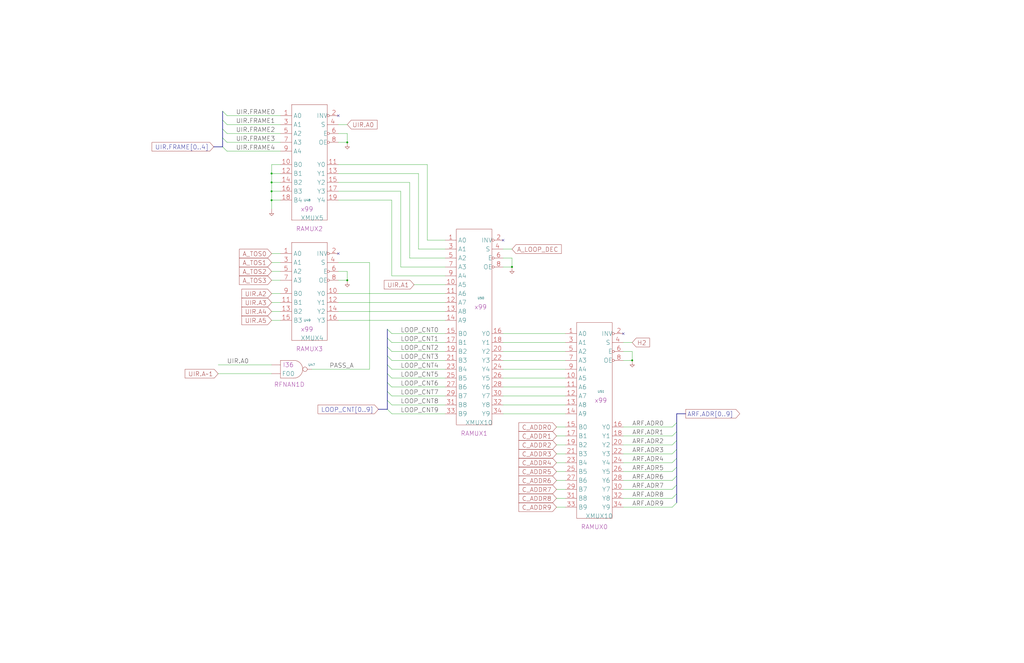
<source format=kicad_sch>
(kicad_sch (version 20230121) (generator eeschema)
  (paper "User" 584.2 378.46)
  (title_block (title "REGISTER FILE CONTROL\\nA ADDRESS GENERATION") (date "15-MAR-90") (rev "1.0") (comment 1 "TYPE") (comment 2 "232-003062") (comment 3 "S400") (comment 4 "RELEASED"))
  (lib_symbols
    (symbol "r1000:F00" (pin_numbers hide) (pin_names hide)
      (property "Reference" "U" (at 15.24 0 0))
      (property "Value" "F00" (at 1.905 -5.08 0))
      (property "Location" "___" (at 1.905 0 0))
      (property "Name" "______" (at 2.54 -12.7 0))
      (symbol "F00_0_1"
        (polyline (pts (xy -2.54 -7.62) (xy 5.08 -7.62)) (stroke (width 0.1524)))
        (polyline (pts (xy -2.54 2.54) (xy -2.54 -7.62)) (stroke (width 0.1524)))
        (polyline (pts (xy -2.54 2.54) (xy 5.08 2.54)) (stroke (width 0.1524)))
        (arc (start 5.08 -7.62) (mid 10.1282 -2.54) (end 5.08 2.54) (stroke (width 0.1524)))
        (circle (center 11.43 -2.54) (radius 1.27) (stroke (width 0.1524)))
      )
      (symbol "F00_0_2"
        (circle (center -3.81 -5.08) (radius 1.27) (stroke (width 0.1524)))
        (circle (center -3.81 0) (radius 1.27) (stroke (width 0.1524)))
        (arc (start -3.175 -7.62) (mid -2.134 -2.54) (end -3.175 2.54) (stroke (width 0.1524)))
        (polyline (pts (xy -3.175 -7.62) (xy 3.81 -7.62)) (stroke (width 0.1524)))
        (polyline (pts (xy -3.175 2.54) (xy 3.81 2.54)) (stroke (width 0.1524)))
        (arc (start 3.81 -7.62) (mid 7.5855 -5.8306) (end 10.16 -2.54) (stroke (width 0.1524)))
        (arc (start 10.16 -2.54) (mid 7.5827 0.7471) (end 3.81 2.54) (stroke (width 0.1524)))
      )
      (symbol "F00_1_1"
        (pin input line (at -7.62 0 0) (length 5.08) (name "D0") (number "1"))
        (pin input line (at -7.62 -5.08 0) (length 5.08) (name "D1") (number "2"))
        (pin output line (at 15.24 -2.54 180) (length 2.54) (name "Q") (number "3"))
      )
      (symbol "F00_1_2"
        (pin input line (at -7.62 0 0) (length 2.54) (name "D0") (number "1"))
        (pin input line (at -7.62 -5.08 0) (length 2.54) (name "D1") (number "2"))
        (pin output line (at 15.24 -2.54 180) (length 5.08) (name "Q") (number "3"))
      )
    )
    (symbol "r1000:PD" (power) (pin_numbers hide) (pin_names hide) (in_bom no)
      (symbol "PD_0_1"
        (polyline (pts (xy 0 -2.54) (xy 1.27 -2.54) (xy 0 -3.81) (xy -1.27 -2.54) (xy 0 -2.54)) (stroke (width 0.1524)))
      )
      (symbol "PD_1_1"
        (pin power_in line (at 0 0 270) (length 2.54) (name "PD") (number "1"))
      )
    )
    (symbol "r1000:XMUX10" (pin_names (offset 1.016))
      (property "Reference" "U" (at 2.54 5.08 0))
      (property "Value" "XMUX10" (at -6.35 -66.04 0))
      (property "Location" "___" (at -1.27 0 0))
      (property "Name" "______" (at -1.27 -73.66 0))
      (symbol "XMUX10_1_1"
        (rectangle (start -11.43 44.45) (end 8.89 -67.31))
        (circle (center 9.525 22.86) (radius 0.635))
        (circle (center 9.525 27.94) (radius 0.635))
        (circle (center 9.525 38.1) (radius 0.635))
        (pin input line (at -17.78 38.1 0) (length 6.35) (name "A0") (number "1"))
        (pin input line (at -17.78 12.7 0) (length 6.35) (name "A5") (number "10"))
        (pin input line (at -17.78 7.62 0) (length 6.35) (name "A6") (number "11"))
        (pin input line (at -17.78 2.54 0) (length 6.35) (name "A7") (number "12"))
        (pin input line (at -17.78 -2.54 0) (length 6.35) (name "A8") (number "13"))
        (pin input line (at -17.78 -7.62 0) (length 6.35) (name "A9") (number "14"))
        (pin input line (at -17.78 -15.24 0) (length 6.35) (name "B0") (number "15"))
        (pin tri_state line (at 15.24 -15.24 180) (length 6.35) (name "Y0") (number "16"))
        (pin input line (at -17.78 -20.32 0) (length 6.35) (name "B1") (number "17"))
        (pin tri_state line (at 15.24 -20.32 180) (length 6.35) (name "Y1") (number "18"))
        (pin input line (at -17.78 -25.4 0) (length 6.35) (name "B2") (number "19"))
        (pin input line (at 15.24 38.1 180) (length 5.08) (name "INV") (number "2"))
        (pin tri_state line (at 15.24 -25.4 180) (length 6.35) (name "Y2") (number "20"))
        (pin input line (at -17.78 -30.48 0) (length 6.35) (name "B3") (number "21"))
        (pin tri_state line (at 15.24 -30.48 180) (length 6.35) (name "Y3") (number "22"))
        (pin input line (at -17.78 -35.56 0) (length 6.35) (name "B4") (number "23"))
        (pin tri_state line (at 15.24 -35.56 180) (length 6.35) (name "Y4") (number "24"))
        (pin input line (at -17.78 -40.64 0) (length 6.35) (name "B5") (number "25"))
        (pin tri_state line (at 15.24 -40.64 180) (length 6.35) (name "Y5") (number "26"))
        (pin input line (at -17.78 -45.72 0) (length 6.35) (name "B6") (number "27"))
        (pin tri_state line (at 15.24 -45.72 180) (length 6.35) (name "Y6") (number "28"))
        (pin input line (at -17.78 -50.8 0) (length 6.35) (name "B7") (number "29"))
        (pin input line (at -17.78 33.02 0) (length 6.35) (name "A1") (number "3"))
        (pin tri_state line (at 15.24 -50.8 180) (length 6.35) (name "Y7") (number "30"))
        (pin input line (at -17.78 -55.88 0) (length 6.35) (name "B8") (number "31"))
        (pin tri_state line (at 15.24 -55.88 180) (length 6.35) (name "Y8") (number "32"))
        (pin input line (at -17.78 -60.96 0) (length 6.35) (name "B9") (number "33"))
        (pin tri_state line (at 15.24 -60.96 180) (length 6.35) (name "Y9") (number "34"))
        (pin input line (at 15.24 33.02 180) (length 6.35) (name "S") (number "4"))
        (pin input line (at -17.78 27.94 0) (length 6.35) (name "A2") (number "5"))
        (pin input line (at 15.24 27.94 180) (length 5.08) (name "E") (number "6"))
        (pin input line (at -17.78 22.86 0) (length 6.35) (name "A3") (number "7"))
        (pin input line (at 15.24 22.86 180) (length 5.08) (name "OE") (number "8"))
        (pin input line (at -17.78 17.78 0) (length 6.35) (name "A4") (number "9"))
      )
    )
    (symbol "r1000:XMUX4" (pin_names (offset 1.016))
      (property "Reference" "U" (at 2.54 5.08 0))
      (property "Value" "XMUX4" (at -1.27 -5.08 0))
      (property "Location" "___" (at -1.27 0 0))
      (property "Name" "______" (at 3.81 -12.7 0))
      (symbol "XMUX4_1_1"
        (rectangle (start -6.35 49.53) (end 13.97 -6.35))
        (circle (center 14.605 27.94) (radius 0.635))
        (circle (center 14.605 33.02) (radius 0.635))
        (circle (center 14.605 43.18) (radius 0.635))
        (pin input line (at -12.7 43.18 0) (length 6.35) (name "A0") (number "1"))
        (pin tri_state line (at 20.32 20.32 180) (length 6.35) (name "Y0") (number "10"))
        (pin input line (at -12.7 15.24 0) (length 6.35) (name "B1") (number "11"))
        (pin tri_state line (at 20.32 15.24 180) (length 6.35) (name "Y1") (number "12"))
        (pin input line (at -12.7 10.16 0) (length 6.35) (name "B2") (number "13"))
        (pin tri_state line (at 20.32 10.16 180) (length 6.35) (name "Y2") (number "14"))
        (pin input line (at -12.7 5.08 0) (length 6.35) (name "B3") (number "15"))
        (pin tri_state line (at 20.32 5.08 180) (length 6.35) (name "Y3") (number "16"))
        (pin input line (at 20.32 43.18 180) (length 5.08) (name "INV") (number "2"))
        (pin input line (at -12.7 38.1 0) (length 6.35) (name "A1") (number "3"))
        (pin input line (at 20.32 38.1 180) (length 6.35) (name "S") (number "4"))
        (pin input line (at -12.7 33.02 0) (length 6.35) (name "A2") (number "5"))
        (pin input line (at 20.32 33.02 180) (length 5.08) (name "E") (number "6"))
        (pin input line (at -12.7 27.94 0) (length 6.35) (name "A3") (number "7"))
        (pin input line (at 20.32 27.94 180) (length 5.08) (name "OE") (number "8"))
        (pin input line (at -12.7 20.32 0) (length 6.35) (name "B0") (number "9"))
      )
    )
    (symbol "r1000:XMUX5" (pin_names (offset 1.016))
      (property "Reference" "U" (at 2.54 5.08 0))
      (property "Value" "XMUX5" (at -1.27 -5.08 0))
      (property "Location" "___" (at -1.27 0 0))
      (property "Name" "______" (at 3.81 -12.7 0))
      (symbol "XMUX5_1_1"
        (rectangle (start -6.35 59.69) (end 13.97 -6.35))
        (circle (center 14.605 38.1) (radius 0.635))
        (circle (center 14.605 43.18) (radius 0.635))
        (circle (center 14.605 53.34) (radius 0.635))
        (pin input line (at -12.7 53.34 0) (length 6.35) (name "A0") (number "1"))
        (pin input line (at -12.7 25.4 0) (length 6.35) (name "B0") (number "10"))
        (pin tri_state line (at 20.32 25.4 180) (length 6.35) (name "Y0") (number "11"))
        (pin input line (at -12.7 20.32 0) (length 6.35) (name "B1") (number "12"))
        (pin tri_state line (at 20.32 20.32 180) (length 6.35) (name "Y1") (number "13"))
        (pin input line (at -12.7 15.24 0) (length 6.35) (name "B2") (number "14"))
        (pin tri_state line (at 20.32 15.24 180) (length 6.35) (name "Y2") (number "15"))
        (pin input line (at -12.7 10.16 0) (length 6.35) (name "B3") (number "16"))
        (pin tri_state line (at 20.32 10.16 180) (length 6.35) (name "Y3") (number "17"))
        (pin input line (at -12.7 5.08 0) (length 6.35) (name "B4") (number "18"))
        (pin tri_state line (at 20.32 5.08 180) (length 6.35) (name "Y4") (number "19"))
        (pin input line (at 20.32 53.34 180) (length 5.08) (name "INV") (number "2"))
        (pin input line (at -12.7 48.26 0) (length 6.35) (name "A1") (number "3"))
        (pin input line (at 20.32 48.26 180) (length 6.35) (name "S") (number "4"))
        (pin input line (at -12.7 43.18 0) (length 6.35) (name "A2") (number "5"))
        (pin input line (at 20.32 43.18 180) (length 5.08) (name "E") (number "6"))
        (pin input line (at -12.7 38.1 0) (length 6.35) (name "A3") (number "7"))
        (pin input line (at 20.32 38.1 180) (length 5.08) (name "OE") (number "8"))
        (pin input line (at -12.7 33.02 0) (length 6.35) (name "A4") (number "9"))
      )
    )
  )
  (junction (at 198.12 81.28))
  (junction (at 154.94 104.14))
  (junction (at 154.94 114.3))
  (junction (at 154.94 99.06))
  (junction (at 360.68 205.74))
  (junction (at 292.1 152.4))
  (junction (at 198.12 160.02))
  (junction (at 154.94 109.22))
  (no_connect (at 287.02 137.16))
  (no_connect (at 193.04 144.78))
  (no_connect (at 193.04 66.04))
  (no_connect (at 355.6 190.5))
  (bus_entry (at 386.08 261.62) (size -2.54 2.54))
  (bus_entry (at 386.08 251.46) (size -2.54 2.54))
  (bus_entry (at 127 83.82) (size 2.54 2.54))
  (bus_entry (at 220.98 203.2) (size 2.54 2.54))
  (bus_entry (at 386.08 287.02) (size -2.54 2.54))
  (bus_entry (at 127 68.58) (size 2.54 2.54))
  (bus_entry (at 386.08 281.94) (size -2.54 2.54))
  (bus_entry (at 220.98 228.6) (size 2.54 2.54))
  (bus_entry (at 220.98 233.68) (size 2.54 2.54))
  (bus_entry (at 386.08 276.86) (size -2.54 2.54))
  (bus_entry (at 127 73.66) (size 2.54 2.54))
  (bus_entry (at 220.98 193.04) (size 2.54 2.54))
  (bus_entry (at 220.98 213.36) (size 2.54 2.54))
  (bus_entry (at 386.08 266.7) (size -2.54 2.54))
  (bus_entry (at 386.08 241.3) (size -2.54 2.54))
  (bus_entry (at 127 63.5) (size 2.54 2.54))
  (bus_entry (at 127 78.74) (size 2.54 2.54))
  (bus_entry (at 386.08 246.38) (size -2.54 2.54))
  (bus_entry (at 220.98 187.96) (size 2.54 2.54))
  (bus_entry (at 386.08 271.78) (size -2.54 2.54))
  (bus_entry (at 220.98 218.44) (size 2.54 2.54))
  (bus_entry (at 386.08 256.54) (size -2.54 2.54))
  (bus_entry (at 220.98 223.52) (size 2.54 2.54))
  (bus_entry (at 220.98 208.28) (size 2.54 2.54))
  (bus_entry (at 220.98 198.12) (size 2.54 2.54))
  (wire (pts (xy 129.54 81.28) (xy 160.02 81.28)))
  (bus (pts (xy 386.08 251.46) (xy 386.08 246.38)))
  (wire (pts (xy 193.04 109.22) (xy 228.6 109.22)))
  (wire (pts (xy 223.52 114.3) (xy 223.52 157.48)))
  (wire (pts (xy 355.6 289.56) (xy 383.54 289.56)))
  (wire (pts (xy 287.02 236.22) (xy 322.58 236.22)))
  (wire (pts (xy 193.04 160.02) (xy 198.12 160.02)))
  (wire (pts (xy 287.02 152.4) (xy 292.1 152.4)))
  (bus (pts (xy 121.92 83.82) (xy 127 83.82)))
  (wire (pts (xy 317.5 269.24) (xy 322.58 269.24)))
  (wire (pts (xy 223.52 190.5) (xy 254 190.5)))
  (wire (pts (xy 355.6 243.84) (xy 383.54 243.84)))
  (wire (pts (xy 129.54 71.12) (xy 160.02 71.12)))
  (wire (pts (xy 223.52 210.82) (xy 254 210.82)))
  (wire (pts (xy 317.5 284.48) (xy 322.58 284.48)))
  (wire (pts (xy 233.68 104.14) (xy 193.04 104.14)))
  (wire (pts (xy 287.02 215.9) (xy 322.58 215.9)))
  (wire (pts (xy 355.6 274.32) (xy 383.54 274.32)))
  (bus (pts (xy 386.08 261.62) (xy 386.08 256.54)))
  (bus (pts (xy 386.08 276.86) (xy 386.08 271.78)))
  (wire (pts (xy 360.68 205.74) (xy 360.68 200.66)))
  (bus (pts (xy 386.08 236.22) (xy 391.16 236.22)))
  (wire (pts (xy 154.94 119.38) (xy 154.94 114.3)))
  (wire (pts (xy 355.6 284.48) (xy 383.54 284.48)))
  (wire (pts (xy 154.94 149.86) (xy 160.02 149.86)))
  (wire (pts (xy 243.84 137.16) (xy 254 137.16)))
  (wire (pts (xy 317.5 243.84) (xy 322.58 243.84)))
  (bus (pts (xy 220.98 208.28) (xy 220.98 213.36)))
  (wire (pts (xy 154.94 182.88) (xy 160.02 182.88)))
  (wire (pts (xy 129.54 76.2) (xy 160.02 76.2)))
  (wire (pts (xy 177.8 210.82) (xy 210.82 210.82)))
  (wire (pts (xy 193.04 99.06) (xy 238.76 99.06)))
  (wire (pts (xy 193.04 172.72) (xy 254 172.72)))
  (wire (pts (xy 193.04 149.86) (xy 210.82 149.86)))
  (wire (pts (xy 355.6 195.58) (xy 360.68 195.58)))
  (wire (pts (xy 243.84 93.98) (xy 243.84 137.16)))
  (bus (pts (xy 220.98 193.04) (xy 220.98 198.12)))
  (bus (pts (xy 386.08 256.54) (xy 386.08 251.46)))
  (wire (pts (xy 360.68 200.66) (xy 355.6 200.66)))
  (wire (pts (xy 223.52 114.3) (xy 193.04 114.3)))
  (wire (pts (xy 287.02 226.06) (xy 322.58 226.06)))
  (wire (pts (xy 154.94 114.3) (xy 160.02 114.3)))
  (wire (pts (xy 154.94 154.94) (xy 160.02 154.94)))
  (wire (pts (xy 292.1 147.32) (xy 287.02 147.32)))
  (bus (pts (xy 127 63.5) (xy 127 68.58)))
  (wire (pts (xy 228.6 109.22) (xy 228.6 152.4)))
  (wire (pts (xy 154.94 99.06) (xy 160.02 99.06)))
  (wire (pts (xy 223.52 200.66) (xy 254 200.66)))
  (wire (pts (xy 287.02 195.58) (xy 322.58 195.58)))
  (wire (pts (xy 154.94 104.14) (xy 160.02 104.14)))
  (wire (pts (xy 228.6 152.4) (xy 254 152.4)))
  (wire (pts (xy 193.04 177.8) (xy 254 177.8)))
  (bus (pts (xy 386.08 281.94) (xy 386.08 276.86)))
  (wire (pts (xy 154.94 93.98) (xy 160.02 93.98)))
  (bus (pts (xy 220.98 228.6) (xy 220.98 233.68)))
  (wire (pts (xy 210.82 210.82) (xy 210.82 149.86)))
  (wire (pts (xy 193.04 167.64) (xy 254 167.64)))
  (wire (pts (xy 317.5 274.32) (xy 322.58 274.32)))
  (wire (pts (xy 198.12 76.2) (xy 193.04 76.2)))
  (wire (pts (xy 238.76 142.24) (xy 254 142.24)))
  (wire (pts (xy 287.02 190.5) (xy 322.58 190.5)))
  (wire (pts (xy 355.6 264.16) (xy 383.54 264.16)))
  (bus (pts (xy 127 78.74) (xy 127 83.82)))
  (wire (pts (xy 355.6 205.74) (xy 360.68 205.74)))
  (wire (pts (xy 236.22 162.56) (xy 254 162.56)))
  (wire (pts (xy 317.5 259.08) (xy 322.58 259.08)))
  (wire (pts (xy 154.94 109.22) (xy 154.94 104.14)))
  (wire (pts (xy 287.02 231.14) (xy 322.58 231.14)))
  (bus (pts (xy 220.98 198.12) (xy 220.98 203.2)))
  (wire (pts (xy 154.94 104.14) (xy 154.94 99.06)))
  (wire (pts (xy 287.02 205.74) (xy 322.58 205.74)))
  (bus (pts (xy 220.98 223.52) (xy 220.98 228.6)))
  (wire (pts (xy 287.02 200.66) (xy 322.58 200.66)))
  (wire (pts (xy 223.52 236.22) (xy 254 236.22)))
  (wire (pts (xy 193.04 81.28) (xy 198.12 81.28)))
  (wire (pts (xy 154.94 167.64) (xy 160.02 167.64)))
  (wire (pts (xy 129.54 66.04) (xy 160.02 66.04)))
  (wire (pts (xy 287.02 142.24) (xy 292.1 142.24)))
  (wire (pts (xy 193.04 71.12) (xy 198.12 71.12)))
  (wire (pts (xy 154.94 109.22) (xy 160.02 109.22)))
  (wire (pts (xy 198.12 160.02) (xy 198.12 154.94)))
  (wire (pts (xy 223.52 231.14) (xy 254 231.14)))
  (wire (pts (xy 317.5 254) (xy 322.58 254)))
  (wire (pts (xy 154.94 160.02) (xy 160.02 160.02)))
  (bus (pts (xy 215.9 233.68) (xy 220.98 233.68)))
  (wire (pts (xy 198.12 154.94) (xy 193.04 154.94)))
  (wire (pts (xy 233.68 104.14) (xy 233.68 147.32)))
  (wire (pts (xy 129.54 86.36) (xy 160.02 86.36)))
  (wire (pts (xy 124.46 213.36) (xy 154.94 213.36)))
  (wire (pts (xy 287.02 210.82) (xy 322.58 210.82)))
  (wire (pts (xy 287.02 220.98) (xy 322.58 220.98)))
  (wire (pts (xy 243.84 93.98) (xy 193.04 93.98)))
  (wire (pts (xy 223.52 195.58) (xy 254 195.58)))
  (bus (pts (xy 386.08 241.3) (xy 386.08 236.22)))
  (wire (pts (xy 223.52 205.74) (xy 254 205.74)))
  (wire (pts (xy 154.94 172.72) (xy 160.02 172.72)))
  (wire (pts (xy 223.52 215.9) (xy 254 215.9)))
  (bus (pts (xy 127 68.58) (xy 127 73.66)))
  (bus (pts (xy 386.08 266.7) (xy 386.08 261.62)))
  (wire (pts (xy 317.5 264.16) (xy 322.58 264.16)))
  (wire (pts (xy 223.52 157.48) (xy 254 157.48)))
  (wire (pts (xy 317.5 248.92) (xy 322.58 248.92)))
  (wire (pts (xy 355.6 248.92) (xy 383.54 248.92)))
  (bus (pts (xy 220.98 187.96) (xy 220.98 193.04)))
  (wire (pts (xy 317.5 279.4) (xy 322.58 279.4)))
  (wire (pts (xy 292.1 152.4) (xy 292.1 147.32)))
  (bus (pts (xy 220.98 213.36) (xy 220.98 218.44)))
  (wire (pts (xy 198.12 81.28) (xy 198.12 76.2)))
  (wire (pts (xy 193.04 182.88) (xy 254 182.88)))
  (bus (pts (xy 386.08 271.78) (xy 386.08 266.7)))
  (wire (pts (xy 154.94 99.06) (xy 154.94 93.98)))
  (wire (pts (xy 317.5 289.56) (xy 322.58 289.56)))
  (wire (pts (xy 154.94 177.8) (xy 160.02 177.8)))
  (wire (pts (xy 238.76 99.06) (xy 238.76 142.24)))
  (wire (pts (xy 355.6 269.24) (xy 383.54 269.24)))
  (bus (pts (xy 127 73.66) (xy 127 78.74)))
  (bus (pts (xy 386.08 246.38) (xy 386.08 241.3)))
  (wire (pts (xy 355.6 254) (xy 383.54 254)))
  (wire (pts (xy 154.94 144.78) (xy 160.02 144.78)))
  (wire (pts (xy 223.52 226.06) (xy 254 226.06)))
  (wire (pts (xy 233.68 147.32) (xy 254 147.32)))
  (wire (pts (xy 223.52 220.98) (xy 254 220.98)))
  (wire (pts (xy 355.6 259.08) (xy 383.54 259.08)))
  (wire (pts (xy 355.6 279.4) (xy 383.54 279.4)))
  (bus (pts (xy 220.98 218.44) (xy 220.98 223.52)))
  (wire (pts (xy 154.94 114.3) (xy 154.94 109.22)))
  (bus (pts (xy 386.08 287.02) (xy 386.08 281.94)))
  (bus (pts (xy 220.98 203.2) (xy 220.98 208.28)))
  (wire (pts (xy 124.46 208.28) (xy 154.94 208.28)))
  (label "PASS_A" (at 187.96 210.82 0) (effects (font (size 2.54 2.54))))
  (label "UIR.FRAME1" (at 134.62 71.12 0) (effects (font (size 2.54 2.54))))
  (label "ARF.ADR3" (at 360.68 259.08 0) (effects (font (size 2.54 2.54))))
  (label "LOOP_CNT7" (at 228.6 226.06 0) (effects (font (size 2.54 2.54))))
  (label "ARF.ADR7" (at 360.68 279.4 0) (effects (font (size 2.54 2.54))))
  (label "ARF.ADR0" (at 360.68 243.84 0) (effects (font (size 2.54 2.54))))
  (label "LOOP_CNT8" (at 228.6 231.14 0) (effects (font (size 2.54 2.54))))
  (label "ARF.ADR8" (at 360.68 284.48 0) (effects (font (size 2.54 2.54))))
  (label "UIR.FRAME2" (at 134.62 76.2 0) (effects (font (size 2.54 2.54))))
  (label "ARF.ADR6" (at 360.68 274.32 0) (effects (font (size 2.54 2.54))))
  (label "LOOP_CNT9" (at 228.6 236.22 0) (effects (font (size 2.54 2.54))))
  (label "ARF.ADR5" (at 360.68 269.24 0) (effects (font (size 2.54 2.54))))
  (label "LOOP_CNT2" (at 228.6 200.66 0) (effects (font (size 2.54 2.54))))
  (label "LOOP_CNT4" (at 228.6 210.82 0) (effects (font (size 2.54 2.54))))
  (label "UIR.FRAME4" (at 134.62 86.36 0) (effects (font (size 2.54 2.54))))
  (label "LOOP_CNT5" (at 228.6 215.9 0) (effects (font (size 2.54 2.54))))
  (label "LOOP_CNT3" (at 228.6 205.74 0) (effects (font (size 2.54 2.54))))
  (label "LOOP_CNT0" (at 228.6 190.5 0) (effects (font (size 2.54 2.54))))
  (label "LOOP_CNT1" (at 228.6 195.58 0) (effects (font (size 2.54 2.54))))
  (label "UIR.FRAME3" (at 134.62 81.28 0) (effects (font (size 2.54 2.54))))
  (label "ARF.ADR9" (at 360.68 289.56 0) (effects (font (size 2.54 2.54))))
  (label "ARF.ADR4" (at 360.68 264.16 0) (effects (font (size 2.54 2.54))))
  (label "UIR.A0" (at 129.54 208.28 0) (effects (font (size 2.54 2.54))))
  (label "ARF.ADR1" (at 360.68 248.92 0) (effects (font (size 2.54 2.54))))
  (label "UIR.FRAME0" (at 134.62 66.04 0) (effects (font (size 2.54 2.54))))
  (label "ARF.ADR2" (at 360.68 254 0) (effects (font (size 2.54 2.54))))
  (label "LOOP_CNT6" (at 228.6 220.98 0) (effects (font (size 2.54 2.54))))
  (global_label "A_TOS0" (shape input) (at 154.94 144.78 180) (effects (font (size 2.54 2.54))) (property "Intersheetrefs" "${INTERSHEET_REFS}" (at 136.5673 144.6213 0) (effects (font (size 1.905 1.905)) (justify right))))
  (global_label "UIR.A0" (shape input) (at 198.12 71.12 0) (effects (font (size 2.54 2.54))) (property "Intersheetrefs" "${INTERSHEET_REFS}" (at 215.829 71.12 0) (effects (justify left))))
  (global_label "C_ADDR1" (shape input) (at 317.5 248.92 180) (effects (font (size 2.54 2.54))) (property "Intersheetrefs" "${INTERSHEET_REFS}" (at 297.9178 248.7613 0) (effects (font (size 1.905 1.905)) (justify right))))
  (global_label "A_LOOP_DEC" (shape input) (at 292.1 142.24 0) (effects (font (size 2.54 2.54))) (property "Intersheetrefs" "${INTERSHEET_REFS}" (at 320.2698 142.0813 0) (effects (font (size 1.905 1.905)) (justify left))))
  (global_label "A_TOS2" (shape input) (at 154.94 154.94 180) (effects (font (size 2.54 2.54))) (property "Intersheetrefs" "${INTERSHEET_REFS}" (at 136.5673 154.7813 0) (effects (font (size 1.905 1.905)) (justify right))))
  (global_label "C_ADDR0" (shape input) (at 317.5 243.84 180) (effects (font (size 2.54 2.54))) (property "Intersheetrefs" "${INTERSHEET_REFS}" (at 295.9826 243.6813 0) (effects (font (size 1.905 1.905)) (justify right))))
  (global_label "UIR.A4" (shape input) (at 154.94 177.8 180) (effects (font (size 2.54 2.54))) (property "Intersheetrefs" "${INTERSHEET_REFS}" (at 137.231 177.8 0) (effects (justify right))))
  (global_label "C_ADDR5" (shape input) (at 317.5 269.24 180) (effects (font (size 2.54 2.54))) (property "Intersheetrefs" "${INTERSHEET_REFS}" (at 295.9826 269.0813 0) (effects (font (size 1.905 1.905)) (justify right))))
  (global_label "C_ADDR6" (shape input) (at 317.5 274.32 180) (effects (font (size 2.54 2.54))) (property "Intersheetrefs" "${INTERSHEET_REFS}" (at 295.9826 274.1613 0) (effects (font (size 1.905 1.905)) (justify right))))
  (global_label "UIR.A1" (shape input) (at 236.22 162.56 180) (effects (font (size 2.54 2.54))) (property "Intersheetrefs" "${INTERSHEET_REFS}" (at 218.511 162.56 0) (effects (justify right))))
  (global_label "C_ADDR3" (shape input) (at 317.5 259.08 180) (effects (font (size 2.54 2.54))) (property "Intersheetrefs" "${INTERSHEET_REFS}" (at 295.9826 258.9213 0) (effects (font (size 1.905 1.905)) (justify right))))
  (global_label "LOOP_CNT[0..9]" (shape input) (at 215.9 233.68 180) (effects (font (size 2.54 2.54))) (property "Intersheetrefs" "${INTERSHEET_REFS}" (at 181.4407 233.5213 0) (effects (font (size 1.905 1.905)) (justify right))))
  (global_label "UIR.A2" (shape input) (at 154.94 167.64 180) (effects (font (size 2.54 2.54))) (property "Intersheetrefs" "${INTERSHEET_REFS}" (at 137.231 167.64 0) (effects (justify right))))
  (global_label "C_ADDR2" (shape input) (at 317.5 254 180) (effects (font (size 2.54 2.54))) (property "Intersheetrefs" "${INTERSHEET_REFS}" (at 295.9826 253.8413 0) (effects (font (size 1.905 1.905)) (justify right))))
  (global_label "C_ADDR4" (shape input) (at 317.5 264.16 180) (effects (font (size 2.54 2.54))) (property "Intersheetrefs" "${INTERSHEET_REFS}" (at 295.9826 264.0013 0) (effects (font (size 1.905 1.905)) (justify right))))
  (global_label "UIR.FRAME[0..4]" (shape input) (at 121.92 83.82 180) (effects (font (size 2.54 2.54))) (property "Intersheetrefs" "${INTERSHEET_REFS}" (at 86.735 83.6613 0) (effects (font (size 1.905 1.905)) (justify right))))
  (global_label "ARF.ADR[0..9]" (shape output) (at 391.16 236.22 0) (effects (font (size 2.54 2.54))) (property "Intersheetrefs" "${INTERSHEET_REFS}" (at 422.6573 236.22 0) (effects (font (size 1.905 1.905)) (justify left))))
  (global_label "A_TOS1" (shape input) (at 154.94 149.86 180) (effects (font (size 2.54 2.54))) (property "Intersheetrefs" "${INTERSHEET_REFS}" (at 136.5673 149.7013 0) (effects (font (size 1.905 1.905)) (justify right))))
  (global_label "UIR.A~1" (shape input) (at 124.46 213.36 180) (effects (font (size 2.54 2.54))) (property "Intersheetrefs" "${INTERSHEET_REFS}" (at 104.9367 213.36 0) (effects (justify right))))
  (global_label "C_ADDR9" (shape input) (at 317.5 289.56 180) (effects (font (size 2.54 2.54))) (property "Intersheetrefs" "${INTERSHEET_REFS}" (at 295.9826 289.4013 0) (effects (font (size 1.905 1.905)) (justify right))))
  (global_label "C_ADDR8" (shape input) (at 317.5 284.48 180) (effects (font (size 2.54 2.54))) (property "Intersheetrefs" "${INTERSHEET_REFS}" (at 295.9826 284.3213 0) (effects (font (size 1.905 1.905)) (justify right))))
  (global_label "UIR.A3" (shape input) (at 154.94 172.72 180) (effects (font (size 2.54 2.54))) (property "Intersheetrefs" "${INTERSHEET_REFS}" (at 137.231 172.72 0) (effects (justify right))))
  (global_label "C_ADDR7" (shape input) (at 317.5 279.4 180) (effects (font (size 2.54 2.54))) (property "Intersheetrefs" "${INTERSHEET_REFS}" (at 295.9826 279.2413 0) (effects (font (size 1.905 1.905)) (justify right))))
  (global_label "UIR.A5" (shape input) (at 154.94 182.88 180) (effects (font (size 2.54 2.54))) (property "Intersheetrefs" "${INTERSHEET_REFS}" (at 137.231 182.88 0) (effects (justify right))))
  (global_label "A_TOS3" (shape input) (at 154.94 160.02 180) (effects (font (size 2.54 2.54))) (property "Intersheetrefs" "${INTERSHEET_REFS}" (at 136.5673 159.8613 0) (effects (font (size 1.905 1.905)) (justify right))))
  (global_label "H2" (shape input) (at 360.68 195.58 0) (effects (font (size 2.54 2.54))) (property "Intersheetrefs" "${INTERSHEET_REFS}" (at 370.586 195.4213 0) (effects (font (size 1.905 1.905)) (justify left))))
  (symbol (lib_id "r1000:PD") (at 360.68 205.74 0) (unit 1) (in_bom no)
    (property "Reference" "#PWR034" (effects hide))
    (property "Value" "PD" (effects hide))
  )
  (symbol (lib_id "r1000:PD") (at 292.1 152.4 0) (unit 1) (in_bom no)
    (property "Reference" "#PWR033" (effects hide))
    (property "Value" "PD" (effects hide))
  )
  (symbol (lib_id "r1000:XMUX10") (at 271.78 175.26 0) (unit 1)
    (property "Reference" "U50" (at 274.32 170.18 0))
    (property "Value" "XMUX10" (at 265.43 241.3 0) (effects (font (size 2.54 2.54)) (justify left)))
    (property "Location" "x99" (at 270.51 175.26 0) (effects (font (size 2.54 2.54)) (justify left)))
    (property "Name" "RAMUX1" (at 270.51 248.92 0) (effects (font (size 2.54 2.54)) (justify bottom)))
  )
  (symbol (lib_id "r1000:PD") (at 154.94 119.38 0) (unit 1) (in_bom no)
    (property "Reference" "#PWR030" (effects hide))
    (property "Value" "PD" (effects hide))
  )
  (symbol (lib_id "r1000:PD") (at 198.12 160.02 0) (unit 1) (in_bom no)
    (property "Reference" "#PWR032" (effects hide))
    (property "Value" "PD" (effects hide))
  )
  (symbol (lib_id "r1000:PD") (at 198.12 81.28 0) (unit 1) (in_bom no)
    (property "Reference" "#PWR031" (effects hide))
    (property "Value" "PD" (effects hide))
  )
  (symbol (lib_id "r1000:XMUX10") (at 340.36 228.6 0) (unit 1)
    (property "Reference" "U51" (at 342.9 223.52 0))
    (property "Value" "XMUX10" (at 334.01 294.64 0) (effects (font (size 2.54 2.54)) (justify left)))
    (property "Location" "x99" (at 339.09 228.6 0) (effects (font (size 2.54 2.54)) (justify left)))
    (property "Name" "RAMUX0" (at 339.09 302.26 0) (effects (font (size 2.54 2.54)) (justify bottom)))
  )
  (symbol (lib_id "r1000:XMUX5") (at 172.72 119.38 0) (unit 1)
    (property "Reference" "U48" (at 175.26 114.3 0))
    (property "Value" "XMUX5" (at 171.45 124.46 0) (effects (font (size 2.54 2.54)) (justify left)))
    (property "Location" "x99" (at 171.45 119.38 0) (effects (font (size 2.54 2.54)) (justify left)))
    (property "Name" "RAMUX2" (at 176.53 132.08 0) (effects (font (size 2.54 2.54)) (justify bottom)))
  )
  (symbol (lib_id "r1000:F00") (at 162.56 208.28 0) (unit 1)
    (property "Reference" "U47" (at 177.8 208.28 0))
    (property "Value" "F00" (at 164.465 213.36 0) (effects (font (size 2.54 2.54))))
    (property "Location" "I36" (at 164.465 208.28 0) (effects (font (size 2.54 2.54))))
    (property "Name" "RFNAN1D" (at 165.1 220.98 0) (effects (font (size 2.54 2.54)) (justify bottom)))
  )
  (symbol (lib_id "r1000:XMUX4") (at 172.72 187.96 0) (unit 1)
    (property "Reference" "U49" (at 175.26 182.88 0))
    (property "Value" "XMUX4" (at 171.45 193.04 0) (effects (font (size 2.54 2.54)) (justify left)))
    (property "Location" "x99" (at 171.45 187.96 0) (effects (font (size 2.54 2.54)) (justify left)))
    (property "Name" "RAMUX3" (at 176.53 200.66 0) (effects (font (size 2.54 2.54)) (justify bottom)))
  )
)
</source>
